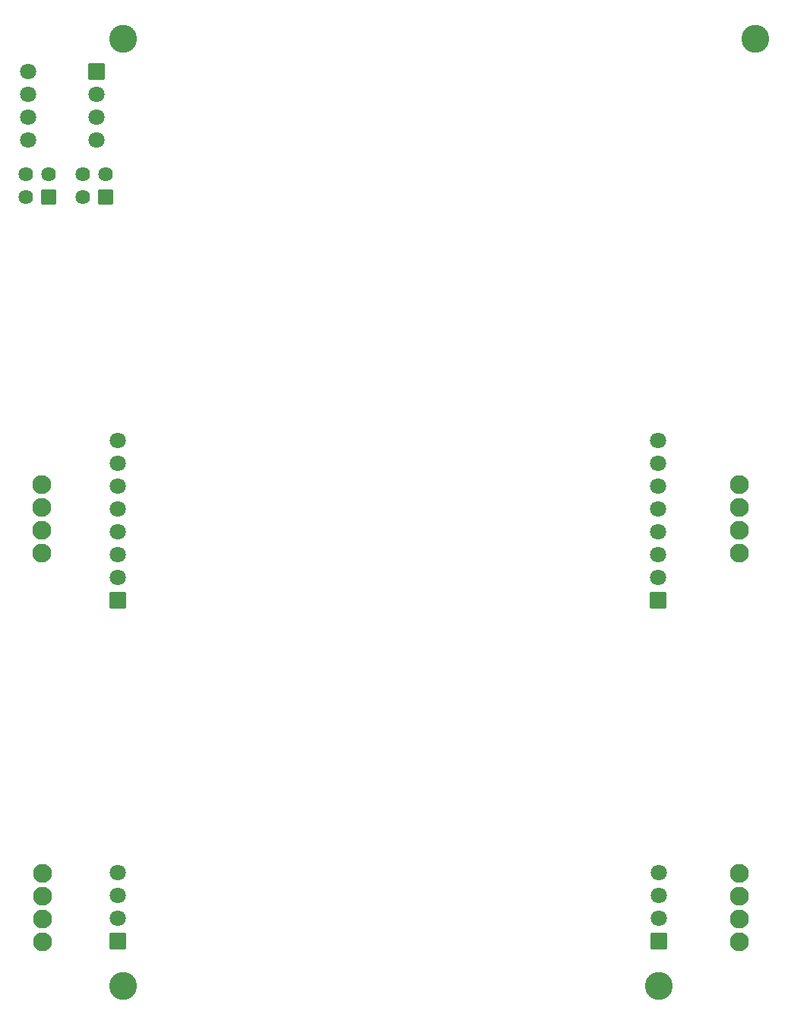
<source format=gts>
G04 Layer: TopSolderMaskLayer*
G04 EasyEDA v6.5.34, 2023-08-21 18:11:39*
G04 c862416320f94afeacbf5464a4b7dd8e,5a6b42c53f6a479593ecc07194224c93,10*
G04 Gerber Generator version 0.2*
G04 Scale: 100 percent, Rotated: No, Reflected: No *
G04 Dimensions in millimeters *
G04 leading zeros omitted , absolute positions ,4 integer and 5 decimal *
%FSLAX45Y45*%
%MOMM*%

%AMMACRO1*1,1,$1,$2,$3*1,1,$1,$4,$5*1,1,$1,0-$2,0-$3*1,1,$1,0-$4,0-$5*20,1,$1,$2,$3,$4,$5,0*20,1,$1,$4,$5,0-$2,0-$3,0*20,1,$1,0-$2,0-$3,0-$4,0-$5,0*20,1,$1,0-$4,0-$5,$2,$3,0*4,1,4,$2,$3,$4,$5,0-$2,0-$3,0-$4,0-$5,$2,$3,0*%
%ADD10MACRO1,0.1016X0.762X0.762X-0.762X0.762*%
%ADD11C,1.6256*%
%ADD12MACRO1,0.1016X0.85X-0.85X0.85X0.85*%
%ADD13C,1.8016*%
%ADD14MACRO1,0.1016X0.85X0.85X0.85X-0.85*%
%ADD15C,2.1016*%
%ADD16C,3.1016*%

%LPD*%
D10*
G01*
X761997Y9906000D03*
D11*
G01*
X762000Y10160000D03*
G01*
X508000Y9906000D03*
G01*
X508000Y10160000D03*
D10*
G01*
X1396997Y9906000D03*
D11*
G01*
X1397000Y10160000D03*
G01*
X1143000Y9906000D03*
G01*
X1143000Y10160000D03*
D12*
G01*
X7560033Y1625597D03*
D13*
G01*
X7560030Y1879600D03*
G01*
X7560030Y2133600D03*
G01*
X7560030Y2387600D03*
D14*
G01*
X7552895Y5422887D03*
D13*
G01*
X7552893Y5676874D03*
G01*
X7552893Y5930874D03*
G01*
X7552893Y6184874D03*
G01*
X7552893Y6438874D03*
G01*
X7552893Y6692874D03*
G01*
X7552893Y6946874D03*
G01*
X7552893Y7200874D03*
D14*
G01*
X1527497Y5422887D03*
D13*
G01*
X1527505Y5676874D03*
G01*
X1527505Y5930874D03*
G01*
X1527505Y6184874D03*
G01*
X1527505Y6438874D03*
G01*
X1527505Y6692874D03*
G01*
X1527505Y6946874D03*
G01*
X1527505Y7200874D03*
D12*
G01*
X1527497Y1625600D03*
D13*
G01*
X1527505Y1879600D03*
G01*
X1527505Y2133600D03*
G01*
X1527505Y2387600D03*
D15*
G01*
X8454593Y6195313D03*
G01*
X8454593Y6449313D03*
G01*
X8454593Y6703313D03*
G01*
X8454593Y5941313D03*
G01*
X8458149Y1621028D03*
G01*
X8458149Y2383028D03*
G01*
X8458149Y2129028D03*
G01*
X8458149Y1875028D03*
G01*
X689381Y2127859D03*
G01*
X689381Y1873859D03*
G01*
X689381Y1619859D03*
G01*
X689381Y2381859D03*
G01*
X685800Y6705600D03*
G01*
X685800Y5943600D03*
G01*
X685800Y6197600D03*
G01*
X685800Y6451600D03*
D16*
G01*
X1587500Y11671300D03*
G01*
X1587500Y1130300D03*
G01*
X7556474Y1130300D03*
D13*
G01*
X533400Y11303000D03*
G01*
X533400Y11049000D03*
G01*
X533400Y10795000D03*
G01*
X533400Y10541000D03*
G01*
X1295400Y10541000D03*
G01*
X1295400Y10795000D03*
G01*
X1295400Y11049000D03*
D14*
G01*
X1295401Y11302998D03*
D16*
G01*
X8635974Y11671300D03*
M02*

</source>
